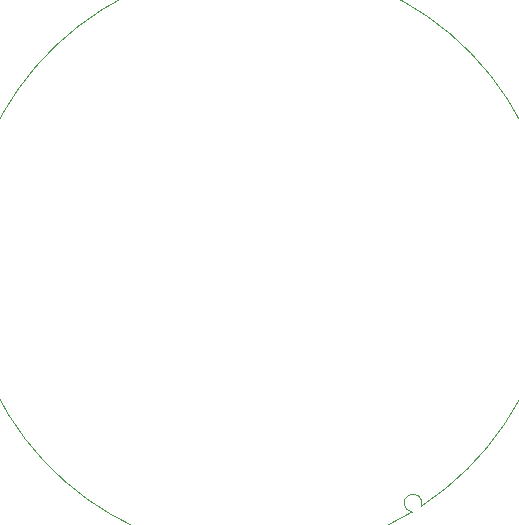
<source format=gbr>
%TF.GenerationSoftware,KiCad,Pcbnew,(5.1.4-0-10_14)*%
%TF.CreationDate,2019-11-19T00:54:02+08:00*%
%TF.ProjectId,z2m_partner,7a326d5f-7061-4727-946e-65722e6b6963,rev?*%
%TF.SameCoordinates,Original*%
%TF.FileFunction,Profile,NP*%
%FSLAX46Y46*%
G04 Gerber Fmt 4.6, Leading zero omitted, Abs format (unit mm)*
G04 Created by KiCad (PCBNEW (5.1.4-0-10_14)) date 2019-11-19 00:54:02*
%MOMM*%
%LPD*%
G04 APERTURE LIST*
%ADD10C,0.050000*%
G04 APERTURE END LIST*
D10*
X197447588Y-124280891D02*
X197486919Y-124256979D01*
X197486919Y-124256979D02*
G75*
G02X198259998Y-123769998I63081J756979D01*
G01*
X197447588Y-124280891D02*
G75*
G02X198259999Y-123769999I-12897588J21410891D01*
G01*
M02*

</source>
